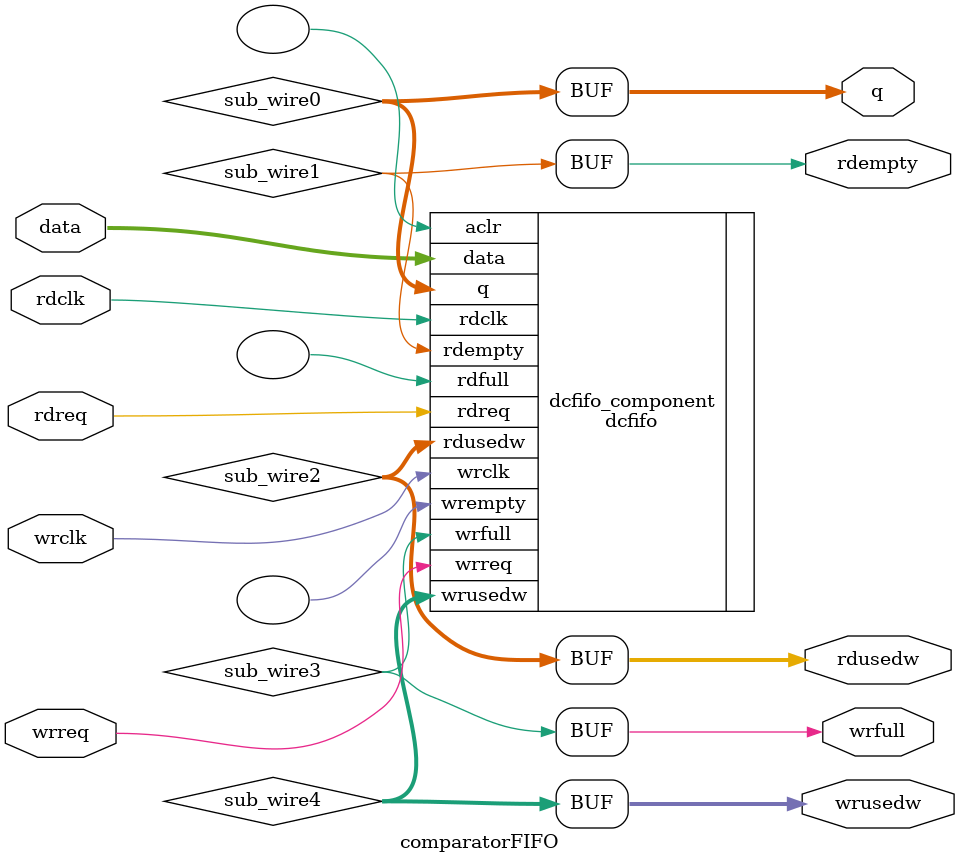
<source format=v>
/*****************************************************************************************
** 
**                               		北京交通大学                                     
**
**----------------------------------------------------------------------------------------
** 	文件名：			comparatorFIFO.v
** 	创建时间：		2015-8-26 10:00
** 	创建人员： 		赵秉贤
** 	文件描述：  		建立比较器FIFO
** 
**----------------------------------------------------------------------------------------
** 	最后修改时间：	2015-8-26 10:00 
** 	最后修改人员：	赵秉贤
** 	版本号：	   	V1.0
** 	版本描述：		建立双时钟FIFO，尚未配置使用逻辑
**
*****************************************************************************************/

// synopsys translate_off
`timescale 1 ps / 1 ps
// synopsys translate_on
module comparatorFIFO (
	data,
	rdclk,
	rdreq,
	wrclk,
	wrreq,
	q,
	rdempty,
	rdusedw,
	wrfull,
	wrusedw);

	input	[7:0]  data;
	input	  rdclk;
	input	  rdreq;
	input	  wrclk;
	input	  wrreq;
	output	[7:0]  q;
	output	  rdempty;
	output	[10:0]  rdusedw;
	output	  wrfull;
	output	[10:0]  wrusedw;

	wire [7:0] sub_wire0;
	wire  sub_wire1;
	wire [10:0] sub_wire2;
	wire  sub_wire3;
	wire [10:0] sub_wire4;
	wire [7:0] q = sub_wire0[7:0];
	wire  rdempty = sub_wire1;
	wire [10:0] rdusedw = sub_wire2[10:0];
	wire  wrfull = sub_wire3;
	wire [10:0] wrusedw = sub_wire4[10:0];

	dcfifo	dcfifo_component (
				.data (data),
				.rdclk (rdclk),
				.rdreq (rdreq),
				.wrclk (wrclk),
				.wrreq (wrreq),
				.q (sub_wire0),
				.rdempty (sub_wire1),
				.rdusedw (sub_wire2),
				.wrfull (sub_wire3),
				.wrusedw (sub_wire4),
				.aclr (),
				.rdfull (),
				.wrempty ());
	defparam
		dcfifo_component.add_usedw_msb_bit = "ON",
		dcfifo_component.intended_device_family = "MAX 10",
		dcfifo_component.lpm_numwords = 1024,
		dcfifo_component.lpm_showahead = "OFF",
		dcfifo_component.lpm_type = "dcfifo",
		dcfifo_component.lpm_width = 8,
		dcfifo_component.lpm_widthu = 11,
		dcfifo_component.overflow_checking = "ON",
		dcfifo_component.rdsync_delaypipe = 4,
		dcfifo_component.underflow_checking = "ON",
		dcfifo_component.use_eab = "ON",
		dcfifo_component.wrsync_delaypipe = 4;


endmodule

// ============================================================
// CNX file retrieval info
// ============================================================
// Retrieval info: PRIVATE: AlmostEmpty NUMERIC "0"
// Retrieval info: PRIVATE: AlmostEmptyThr NUMERIC "-1"
// Retrieval info: PRIVATE: AlmostFull NUMERIC "0"
// Retrieval info: PRIVATE: AlmostFullThr NUMERIC "-1"
// Retrieval info: PRIVATE: CLOCKS_ARE_SYNCHRONIZED NUMERIC "0"
// Retrieval info: PRIVATE: Clock NUMERIC "4"
// Retrieval info: PRIVATE: Depth NUMERIC "1024"
// Retrieval info: PRIVATE: Empty NUMERIC "1"
// Retrieval info: PRIVATE: Full NUMERIC "1"
// Retrieval info: PRIVATE: INTENDED_DEVICE_FAMILY STRING "MAX 10"
// Retrieval info: PRIVATE: LE_BasedFIFO NUMERIC "0"
// Retrieval info: PRIVATE: LegacyRREQ NUMERIC "1"
// Retrieval info: PRIVATE: MAX_DEPTH_BY_9 NUMERIC "0"
// Retrieval info: PRIVATE: OVERFLOW_CHECKING NUMERIC "0"
// Retrieval info: PRIVATE: Optimize NUMERIC "2"
// Retrieval info: PRIVATE: RAM_BLOCK_TYPE NUMERIC "0"
// Retrieval info: PRIVATE: SYNTH_WRAPPER_GEN_POSTFIX STRING "0"
// Retrieval info: PRIVATE: UNDERFLOW_CHECKING NUMERIC "0"
// Retrieval info: PRIVATE: UsedW NUMERIC "1"
// Retrieval info: PRIVATE: Width NUMERIC "8"
// Retrieval info: PRIVATE: dc_aclr NUMERIC "0"
// Retrieval info: PRIVATE: diff_widths NUMERIC "0"
// Retrieval info: PRIVATE: msb_usedw NUMERIC "1"
// Retrieval info: PRIVATE: output_width NUMERIC "8"
// Retrieval info: PRIVATE: rsEmpty NUMERIC "1"
// Retrieval info: PRIVATE: rsFull NUMERIC "0"
// Retrieval info: PRIVATE: rsUsedW NUMERIC "1"
// Retrieval info: PRIVATE: sc_aclr NUMERIC "0"
// Retrieval info: PRIVATE: sc_sclr NUMERIC "0"
// Retrieval info: PRIVATE: wsEmpty NUMERIC "0"
// Retrieval info: PRIVATE: wsFull NUMERIC "1"
// Retrieval info: PRIVATE: wsUsedW NUMERIC "1"
// Retrieval info: LIBRARY: altera_mf altera_mf.altera_mf_components.all
// Retrieval info: CONSTANT: ADD_USEDW_MSB_BIT STRING "ON"
// Retrieval info: CONSTANT: INTENDED_DEVICE_FAMILY STRING "MAX 10"
// Retrieval info: CONSTANT: LPM_NUMWORDS NUMERIC "1024"
// Retrieval info: CONSTANT: LPM_SHOWAHEAD STRING "OFF"
// Retrieval info: CONSTANT: LPM_TYPE STRING "dcfifo"
// Retrieval info: CONSTANT: LPM_WIDTH NUMERIC "8"
// Retrieval info: CONSTANT: LPM_WIDTHU NUMERIC "11"
// Retrieval info: CONSTANT: OVERFLOW_CHECKING STRING "ON"
// Retrieval info: CONSTANT: RDSYNC_DELAYPIPE NUMERIC "4"
// Retrieval info: CONSTANT: UNDERFLOW_CHECKING STRING "ON"
// Retrieval info: CONSTANT: USE_EAB STRING "ON"
// Retrieval info: CONSTANT: WRSYNC_DELAYPIPE NUMERIC "4"
// Retrieval info: USED_PORT: data 0 0 8 0 INPUT NODEFVAL "data[7..0]"
// Retrieval info: USED_PORT: q 0 0 8 0 OUTPUT NODEFVAL "q[7..0]"
// Retrieval info: USED_PORT: rdclk 0 0 0 0 INPUT NODEFVAL "rdclk"
// Retrieval info: USED_PORT: rdempty 0 0 0 0 OUTPUT NODEFVAL "rdempty"
// Retrieval info: USED_PORT: rdreq 0 0 0 0 INPUT NODEFVAL "rdreq"
// Retrieval info: USED_PORT: rdusedw 0 0 11 0 OUTPUT NODEFVAL "rdusedw[10..0]"
// Retrieval info: USED_PORT: wrclk 0 0 0 0 INPUT NODEFVAL "wrclk"
// Retrieval info: USED_PORT: wrfull 0 0 0 0 OUTPUT NODEFVAL "wrfull"
// Retrieval info: USED_PORT: wrreq 0 0 0 0 INPUT NODEFVAL "wrreq"
// Retrieval info: USED_PORT: wrusedw 0 0 11 0 OUTPUT NODEFVAL "wrusedw[10..0]"
// Retrieval info: CONNECT: @data 0 0 8 0 data 0 0 8 0
// Retrieval info: CONNECT: @rdclk 0 0 0 0 rdclk 0 0 0 0
// Retrieval info: CONNECT: @rdreq 0 0 0 0 rdreq 0 0 0 0
// Retrieval info: CONNECT: @wrclk 0 0 0 0 wrclk 0 0 0 0
// Retrieval info: CONNECT: @wrreq 0 0 0 0 wrreq 0 0 0 0
// Retrieval info: CONNECT: q 0 0 8 0 @q 0 0 8 0
// Retrieval info: CONNECT: rdempty 0 0 0 0 @rdempty 0 0 0 0
// Retrieval info: CONNECT: rdusedw 0 0 11 0 @rdusedw 0 0 11 0
// Retrieval info: CONNECT: wrfull 0 0 0 0 @wrfull 0 0 0 0
// Retrieval info: CONNECT: wrusedw 0 0 11 0 @wrusedw 0 0 11 0
// Retrieval info: GEN_FILE: TYPE_NORMAL comparatorFIFO.v TRUE
// Retrieval info: GEN_FILE: TYPE_NORMAL comparatorFIFO.inc FALSE
// Retrieval info: GEN_FILE: TYPE_NORMAL comparatorFIFO.cmp FALSE
// Retrieval info: GEN_FILE: TYPE_NORMAL comparatorFIFO.bsf TRUE
// Retrieval info: GEN_FILE: TYPE_NORMAL comparatorFIFO_inst.v FALSE
// Retrieval info: GEN_FILE: TYPE_NORMAL comparatorFIFO_bb.v TRUE
// Retrieval info: LIB_FILE: altera_mf

</source>
